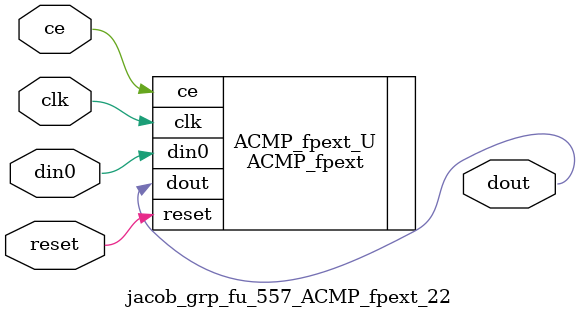
<source format=v>

`timescale 1 ns / 1 ps
module jacob_grp_fu_557_ACMP_fpext_22(
    clk,
    reset,
    ce,
    din0,
    dout);

parameter ID = 32'd1;
parameter NUM_STAGE = 32'd1;
parameter din0_WIDTH = 32'd1;
parameter dout_WIDTH = 32'd1;
input clk;
input reset;
input ce;
input[din0_WIDTH - 1:0] din0;
output[dout_WIDTH - 1:0] dout;



ACMP_fpext #(
.ID( ID ),
.NUM_STAGE( 2 ),
.din0_WIDTH( din0_WIDTH ),
.dout_WIDTH( dout_WIDTH ))
ACMP_fpext_U(
    .clk( clk ),
    .reset( reset ),
    .ce( ce ),
    .din0( din0 ),
    .dout( dout ));

endmodule

</source>
